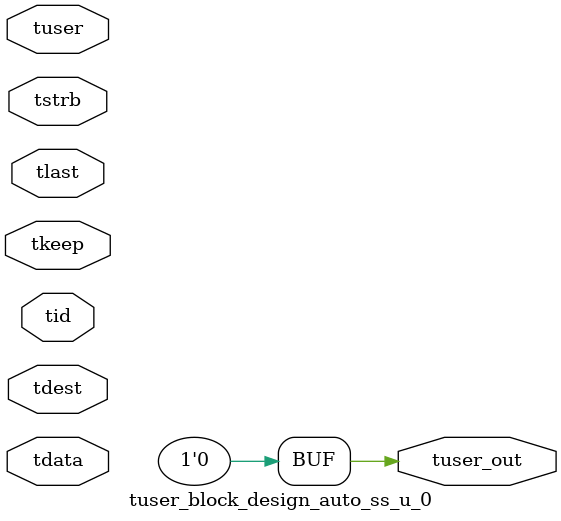
<source format=v>


`timescale 1ps/1ps

module tuser_block_design_auto_ss_u_0 #
(
parameter C_S_AXIS_TUSER_WIDTH = 1,
parameter C_S_AXIS_TDATA_WIDTH = 32,
parameter C_S_AXIS_TID_WIDTH   = 0,
parameter C_S_AXIS_TDEST_WIDTH = 0,
parameter C_M_AXIS_TUSER_WIDTH = 1
)
(
input  [(C_S_AXIS_TUSER_WIDTH == 0 ? 1 : C_S_AXIS_TUSER_WIDTH)-1:0     ] tuser,
input  [(C_S_AXIS_TDATA_WIDTH == 0 ? 1 : C_S_AXIS_TDATA_WIDTH)-1:0     ] tdata,
input  [(C_S_AXIS_TID_WIDTH   == 0 ? 1 : C_S_AXIS_TID_WIDTH)-1:0       ] tid,
input  [(C_S_AXIS_TDEST_WIDTH == 0 ? 1 : C_S_AXIS_TDEST_WIDTH)-1:0     ] tdest,
input  [(C_S_AXIS_TDATA_WIDTH/8)-1:0 ] tkeep,
input  [(C_S_AXIS_TDATA_WIDTH/8)-1:0 ] tstrb,
input                                                                    tlast,
output [C_M_AXIS_TUSER_WIDTH-1:0] tuser_out
);

assign tuser_out = {1'b0};

endmodule


</source>
